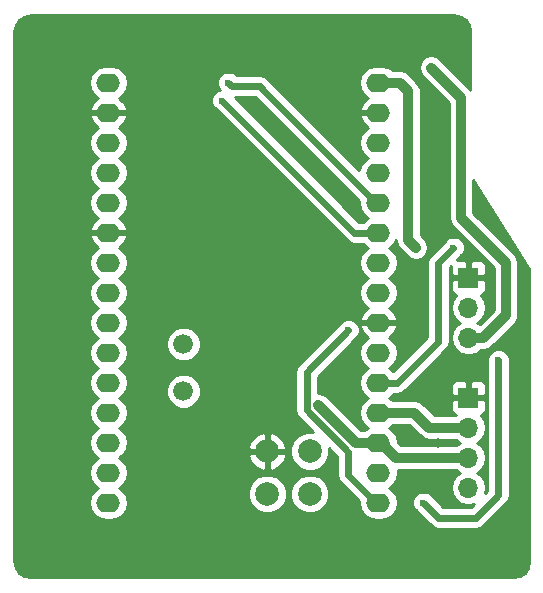
<source format=gbl>
G04 #@! TF.FileFunction,Copper,L2,Bot,Signal*
%FSLAX46Y46*%
G04 Gerber Fmt 4.6, Leading zero omitted, Abs format (unit mm)*
G04 Created by KiCad (PCBNEW 4.0.5) date 04/16/17 14:29:44*
%MOMM*%
%LPD*%
G01*
G04 APERTURE LIST*
%ADD10C,0.100000*%
%ADD11C,0.812800*%
%ADD12R,1.700000X1.700000*%
%ADD13O,1.700000X1.700000*%
%ADD14O,2.000000X1.600000*%
%ADD15C,2.000000*%
%ADD16C,1.676400*%
%ADD17C,0.600000*%
%ADD18C,0.812400*%
%ADD19C,0.812800*%
%ADD20C,0.606900*%
%ADD21C,0.254000*%
G04 APERTURE END LIST*
D10*
D11*
X52705000Y-46990000D03*
X46990000Y-50165000D03*
X44450000Y-64135000D03*
X56515000Y-64770000D03*
X20955000Y-65405000D03*
X21590000Y-49530000D03*
X22860000Y-40640000D03*
X22860000Y-30480000D03*
X20955000Y-21590000D03*
X31750000Y-29210000D03*
X54610000Y-30480000D03*
X55245000Y-22860000D03*
X33655000Y-57785000D03*
X36830000Y-49530000D03*
X34925000Y-41910000D03*
X38100000Y-37465000D03*
X46990000Y-40005000D03*
X43815000Y-36830000D03*
X40640000Y-33655000D03*
X46990000Y-35560000D03*
X43180000Y-31750000D03*
X39370000Y-27305000D03*
X54610000Y-55880000D03*
D12*
X57150000Y-41910000D03*
D13*
X57150000Y-44450000D03*
X57150000Y-46990000D03*
D14*
X49530000Y-60960000D03*
X26670000Y-60960000D03*
X49530000Y-58420000D03*
X26670000Y-58420000D03*
X49530000Y-55880000D03*
X26670000Y-55880000D03*
X49530000Y-53340000D03*
X26670000Y-53340000D03*
X49530000Y-50800000D03*
X26670000Y-50800000D03*
X49530000Y-48260000D03*
X26670000Y-48260000D03*
X49530000Y-45720000D03*
X26670000Y-45720000D03*
X49530000Y-43180000D03*
X26670000Y-43180000D03*
X49530000Y-40640000D03*
X26670000Y-40640000D03*
X49530000Y-38100000D03*
X26670000Y-38100000D03*
X49530000Y-35560000D03*
X26670000Y-35560000D03*
X49530000Y-33020000D03*
X26670000Y-33020000D03*
X49530000Y-30480000D03*
X26670000Y-30480000D03*
X49530000Y-27940000D03*
X26670000Y-27940000D03*
X49530000Y-25400000D03*
X26670000Y-25400000D03*
D15*
X43706048Y-56623949D03*
X43706048Y-60216051D03*
X40113946Y-60216051D03*
X40113946Y-56623949D03*
D16*
X33020000Y-47531020D03*
X33020000Y-51528980D03*
D12*
X57150000Y-52070000D03*
D13*
X57150000Y-54610000D03*
X57150000Y-57150000D03*
X57150000Y-59690000D03*
D17*
X44450000Y-52705000D03*
X52705000Y-39370000D03*
X59690000Y-48895000D03*
X53340000Y-60960000D03*
X53975000Y-24130000D03*
X36830000Y-25400000D03*
X36322000Y-26924000D03*
X55880000Y-39370000D03*
X46990000Y-46355000D03*
D18*
X57150000Y-54610000D02*
X53848000Y-54610000D01*
X53848000Y-54610000D02*
X52578000Y-53340000D01*
X52578000Y-53340000D02*
X49530000Y-53340000D01*
X49530000Y-55880000D02*
X49730000Y-55880000D01*
X55947919Y-57150000D02*
X57150000Y-57150000D01*
X49730000Y-55880000D02*
X51000000Y-57150000D01*
X51000000Y-57150000D02*
X55947919Y-57150000D01*
X49530000Y-55880000D02*
X47625000Y-55880000D01*
X47625000Y-55880000D02*
X44450000Y-52705000D01*
X52070000Y-26127600D02*
X52070000Y-38735000D01*
X52070000Y-38735000D02*
X52705000Y-39370000D01*
X49530000Y-25400000D02*
X51342400Y-25400000D01*
X51342400Y-25400000D02*
X52070000Y-26127600D01*
D19*
X49276000Y-25654000D02*
X49530000Y-25400000D01*
D20*
X57785000Y-62230000D02*
X59690000Y-60325000D01*
X59690000Y-60325000D02*
X59690000Y-48895000D01*
X56761108Y-62230000D02*
X57785000Y-62230000D01*
X54610000Y-62230000D02*
X56761108Y-62230000D01*
X53639999Y-61259999D02*
X54610000Y-62230000D01*
X53340000Y-60960000D02*
X53639999Y-61259999D01*
D18*
X49330000Y-58420000D02*
X49530000Y-58420000D01*
X53975000Y-24130000D02*
X56515000Y-26670000D01*
X56515000Y-26670000D02*
X56515000Y-36830000D01*
X56515000Y-36830000D02*
X60325000Y-40640000D01*
X60325000Y-40640000D02*
X60325000Y-45085000D01*
X60325000Y-45085000D02*
X58420000Y-46990000D01*
X58420000Y-46990000D02*
X57150000Y-46990000D01*
D20*
X36830000Y-25400000D02*
X37129999Y-25699999D01*
X37129999Y-25699999D02*
X39469999Y-25699999D01*
X39469999Y-25699999D02*
X39787091Y-26017091D01*
X49530000Y-35560000D02*
X49330000Y-35560000D01*
X49330000Y-35560000D02*
X39787091Y-26017091D01*
X36322000Y-26924000D02*
X47498000Y-38100000D01*
X47498000Y-38100000D02*
X49530000Y-38100000D01*
X54610000Y-47326900D02*
X54610000Y-40640000D01*
X54610000Y-40640000D02*
X55880000Y-39370000D01*
X49530000Y-50800000D02*
X51136900Y-50800000D01*
X51136900Y-50800000D02*
X54610000Y-47326900D01*
X46990000Y-58620000D02*
X46990000Y-56672874D01*
X46990000Y-56672874D02*
X43440342Y-53123216D01*
X43440342Y-53123216D02*
X43440342Y-49904658D01*
X43440342Y-49904658D02*
X46990000Y-46355000D01*
X49530000Y-60960000D02*
X49330000Y-60960000D01*
X49330000Y-60960000D02*
X46990000Y-58620000D01*
D21*
G36*
X56488338Y-19821046D02*
X56902333Y-20097669D01*
X57178953Y-20511660D01*
X57290000Y-21069931D01*
X57290000Y-25991769D01*
X57251240Y-25933760D01*
X57251237Y-25933758D01*
X54711240Y-23393760D01*
X54373450Y-23168057D01*
X53975000Y-23088799D01*
X53576550Y-23168057D01*
X53238760Y-23393760D01*
X53013057Y-23731550D01*
X52933799Y-24130000D01*
X53013057Y-24528450D01*
X53238760Y-24866240D01*
X55473800Y-27101279D01*
X55473800Y-36829995D01*
X55473799Y-36830000D01*
X55553057Y-37228450D01*
X55778760Y-37566240D01*
X59283800Y-41071279D01*
X59283800Y-44653721D01*
X58090329Y-45847191D01*
X57899974Y-45720000D01*
X58229147Y-45500054D01*
X58551054Y-45018285D01*
X58664093Y-44450000D01*
X58551054Y-43881715D01*
X58229147Y-43399946D01*
X58185223Y-43370597D01*
X58359698Y-43298327D01*
X58538327Y-43119699D01*
X58635000Y-42886310D01*
X58635000Y-42195750D01*
X58476250Y-42037000D01*
X57277000Y-42037000D01*
X57277000Y-42057000D01*
X57023000Y-42057000D01*
X57023000Y-42037000D01*
X55823750Y-42037000D01*
X55665000Y-42195750D01*
X55665000Y-42886310D01*
X55761673Y-43119699D01*
X55940302Y-43298327D01*
X56114777Y-43370597D01*
X56070853Y-43399946D01*
X55748946Y-43881715D01*
X55635907Y-44450000D01*
X55748946Y-45018285D01*
X56070853Y-45500054D01*
X56400026Y-45720000D01*
X56070853Y-45939946D01*
X55748946Y-46421715D01*
X55635907Y-46990000D01*
X55748946Y-47558285D01*
X56070853Y-48040054D01*
X56552622Y-48361961D01*
X57120907Y-48475000D01*
X57179093Y-48475000D01*
X57747378Y-48361961D01*
X58229147Y-48040054D01*
X58235063Y-48031200D01*
X58419995Y-48031200D01*
X58420000Y-48031201D01*
X58818450Y-47951943D01*
X59156240Y-47726240D01*
X61061237Y-45821242D01*
X61061240Y-45821240D01*
X61286943Y-45483450D01*
X61320794Y-45313270D01*
X61366201Y-45085000D01*
X61366200Y-45084995D01*
X61366200Y-40640005D01*
X61366201Y-40640000D01*
X61286943Y-40241551D01*
X61286943Y-40241550D01*
X61061240Y-39903760D01*
X61061237Y-39903758D01*
X57556200Y-36398720D01*
X57556200Y-33629545D01*
X62290000Y-41203625D01*
X62290000Y-65930069D01*
X62178953Y-66488340D01*
X61902333Y-66902331D01*
X61488338Y-67178954D01*
X60930069Y-67290000D01*
X20069931Y-67290000D01*
X19511660Y-67178953D01*
X19097669Y-66902333D01*
X18821046Y-66488338D01*
X18710000Y-65930069D01*
X18710000Y-40640000D01*
X25002968Y-40640000D01*
X25112201Y-41189151D01*
X25423270Y-41654698D01*
X25805356Y-41910000D01*
X25423270Y-42165302D01*
X25112201Y-42630849D01*
X25002968Y-43180000D01*
X25112201Y-43729151D01*
X25423270Y-44194698D01*
X25805356Y-44450000D01*
X25423270Y-44705302D01*
X25112201Y-45170849D01*
X25002968Y-45720000D01*
X25112201Y-46269151D01*
X25423270Y-46734698D01*
X25805356Y-46990000D01*
X25423270Y-47245302D01*
X25112201Y-47710849D01*
X25002968Y-48260000D01*
X25112201Y-48809151D01*
X25423270Y-49274698D01*
X25805356Y-49530000D01*
X25423270Y-49785302D01*
X25112201Y-50250849D01*
X25002968Y-50800000D01*
X25112201Y-51349151D01*
X25423270Y-51814698D01*
X25805356Y-52070000D01*
X25423270Y-52325302D01*
X25112201Y-52790849D01*
X25002968Y-53340000D01*
X25112201Y-53889151D01*
X25423270Y-54354698D01*
X25805356Y-54610000D01*
X25423270Y-54865302D01*
X25112201Y-55330849D01*
X25002968Y-55880000D01*
X25112201Y-56429151D01*
X25423270Y-56894698D01*
X25805356Y-57150000D01*
X25423270Y-57405302D01*
X25112201Y-57870849D01*
X25002968Y-58420000D01*
X25112201Y-58969151D01*
X25423270Y-59434698D01*
X25805356Y-59690000D01*
X25423270Y-59945302D01*
X25112201Y-60410849D01*
X25002968Y-60960000D01*
X25112201Y-61509151D01*
X25423270Y-61974698D01*
X25888817Y-62285767D01*
X26437968Y-62395000D01*
X26902032Y-62395000D01*
X27451183Y-62285767D01*
X27916730Y-61974698D01*
X28227799Y-61509151D01*
X28337032Y-60960000D01*
X28253459Y-60539846D01*
X38478662Y-60539846D01*
X38727052Y-61140994D01*
X39186583Y-61601329D01*
X39787298Y-61850767D01*
X40437741Y-61851335D01*
X41038889Y-61602945D01*
X41499224Y-61143414D01*
X41748662Y-60542699D01*
X41748664Y-60539846D01*
X42070764Y-60539846D01*
X42319154Y-61140994D01*
X42778685Y-61601329D01*
X43379400Y-61850767D01*
X44029843Y-61851335D01*
X44630991Y-61602945D01*
X45091326Y-61143414D01*
X45340764Y-60542699D01*
X45341332Y-59892256D01*
X45092942Y-59291108D01*
X44633411Y-58830773D01*
X44032696Y-58581335D01*
X43382253Y-58580767D01*
X42781105Y-58829157D01*
X42320770Y-59288688D01*
X42071332Y-59889403D01*
X42070764Y-60539846D01*
X41748664Y-60539846D01*
X41749230Y-59892256D01*
X41500840Y-59291108D01*
X41041309Y-58830773D01*
X40440594Y-58581335D01*
X39790151Y-58580767D01*
X39189003Y-58829157D01*
X38728668Y-59288688D01*
X38479230Y-59889403D01*
X38478662Y-60539846D01*
X28253459Y-60539846D01*
X28227799Y-60410849D01*
X27916730Y-59945302D01*
X27534644Y-59690000D01*
X27916730Y-59434698D01*
X28227799Y-58969151D01*
X28337032Y-58420000D01*
X28227799Y-57870849D01*
X27916730Y-57405302D01*
X27534644Y-57150000D01*
X27745053Y-57009409D01*
X38492090Y-57009409D01*
X38763056Y-57600725D01*
X39239682Y-58043336D01*
X39728486Y-58245805D01*
X39986946Y-58126875D01*
X39986946Y-56750949D01*
X40240946Y-56750949D01*
X40240946Y-58126875D01*
X40499406Y-58245805D01*
X41090722Y-57974839D01*
X41533333Y-57498213D01*
X41735802Y-57009409D01*
X41707427Y-56947744D01*
X42070764Y-56947744D01*
X42319154Y-57548892D01*
X42778685Y-58009227D01*
X43379400Y-58258665D01*
X44029843Y-58259233D01*
X44630991Y-58010843D01*
X45091326Y-57551312D01*
X45340764Y-56950597D01*
X45341287Y-56351330D01*
X46051550Y-57061593D01*
X46051550Y-58620000D01*
X46111133Y-58919547D01*
X46122985Y-58979130D01*
X46326416Y-59283584D01*
X47886173Y-60843342D01*
X47862968Y-60960000D01*
X47972201Y-61509151D01*
X48283270Y-61974698D01*
X48748817Y-62285767D01*
X49297968Y-62395000D01*
X49762032Y-62395000D01*
X50311183Y-62285767D01*
X50776730Y-61974698D01*
X51087799Y-61509151D01*
X51197032Y-60960000D01*
X51087799Y-60410849D01*
X50776730Y-59945302D01*
X50394644Y-59690000D01*
X50776730Y-59434698D01*
X51087799Y-58969151D01*
X51197032Y-58420000D01*
X51151521Y-58191200D01*
X56064937Y-58191200D01*
X56070853Y-58200054D01*
X56400026Y-58420000D01*
X56070853Y-58639946D01*
X55748946Y-59121715D01*
X55635907Y-59690000D01*
X55748946Y-60258285D01*
X56070853Y-60740054D01*
X56552622Y-61061961D01*
X57120907Y-61175000D01*
X57179093Y-61175000D01*
X57595700Y-61092132D01*
X57396282Y-61291550D01*
X54998719Y-61291550D01*
X54303586Y-60596418D01*
X54303584Y-60596415D01*
X54003584Y-60296416D01*
X53988949Y-60286637D01*
X53870327Y-60167808D01*
X53713898Y-60102853D01*
X53699130Y-60092985D01*
X53681863Y-60089550D01*
X53526799Y-60025162D01*
X53357412Y-60025014D01*
X53340000Y-60021551D01*
X53322740Y-60024984D01*
X53154833Y-60024838D01*
X52998290Y-60089520D01*
X52980870Y-60092985D01*
X52966231Y-60102767D01*
X52811057Y-60166883D01*
X52691180Y-60286551D01*
X52676416Y-60296416D01*
X52666637Y-60311051D01*
X52547808Y-60429673D01*
X52482853Y-60586102D01*
X52472985Y-60600870D01*
X52469550Y-60618137D01*
X52405162Y-60773201D01*
X52405014Y-60942588D01*
X52401551Y-60960000D01*
X52404984Y-60977260D01*
X52404838Y-61145167D01*
X52469520Y-61301710D01*
X52472985Y-61319130D01*
X52482767Y-61333769D01*
X52546883Y-61488943D01*
X52666551Y-61608820D01*
X52676416Y-61623584D01*
X52976415Y-61923584D01*
X52976418Y-61923586D01*
X53946416Y-62893585D01*
X54250871Y-63097015D01*
X54610000Y-63168450D01*
X57785000Y-63168450D01*
X58084547Y-63108867D01*
X58144130Y-63097015D01*
X58448584Y-62893584D01*
X60353584Y-60988584D01*
X60557015Y-60684130D01*
X60628450Y-60325000D01*
X60628450Y-48895000D01*
X60625016Y-48877735D01*
X60625162Y-48709833D01*
X60560480Y-48553290D01*
X60557015Y-48535871D01*
X60547234Y-48521233D01*
X60483117Y-48366057D01*
X60363449Y-48246180D01*
X60353584Y-48231416D01*
X60338949Y-48221637D01*
X60220327Y-48102808D01*
X60063895Y-48037852D01*
X60049129Y-48027985D01*
X60031863Y-48024551D01*
X59876799Y-47960162D01*
X59707417Y-47960014D01*
X59690000Y-47956550D01*
X59672735Y-47959984D01*
X59504833Y-47959838D01*
X59348290Y-48024520D01*
X59330871Y-48027985D01*
X59316233Y-48037766D01*
X59161057Y-48101883D01*
X59041180Y-48221551D01*
X59026416Y-48231416D01*
X59016637Y-48246051D01*
X58897808Y-48364673D01*
X58832852Y-48521105D01*
X58822985Y-48535871D01*
X58819551Y-48553137D01*
X58755162Y-48708201D01*
X58755014Y-48877583D01*
X58751550Y-48895000D01*
X58751550Y-59936282D01*
X58581225Y-60106607D01*
X58664093Y-59690000D01*
X58551054Y-59121715D01*
X58229147Y-58639946D01*
X57899974Y-58420000D01*
X58229147Y-58200054D01*
X58551054Y-57718285D01*
X58664093Y-57150000D01*
X58551054Y-56581715D01*
X58229147Y-56099946D01*
X57899974Y-55880000D01*
X58229147Y-55660054D01*
X58551054Y-55178285D01*
X58664093Y-54610000D01*
X58551054Y-54041715D01*
X58229147Y-53559946D01*
X58185223Y-53530597D01*
X58359698Y-53458327D01*
X58538327Y-53279699D01*
X58635000Y-53046310D01*
X58635000Y-52355750D01*
X58476250Y-52197000D01*
X57277000Y-52197000D01*
X57277000Y-52217000D01*
X57023000Y-52217000D01*
X57023000Y-52197000D01*
X55823750Y-52197000D01*
X55665000Y-52355750D01*
X55665000Y-53046310D01*
X55761673Y-53279699D01*
X55940302Y-53458327D01*
X56114777Y-53530597D01*
X56070853Y-53559946D01*
X56064937Y-53568800D01*
X54279279Y-53568800D01*
X53314240Y-52603760D01*
X52976450Y-52378057D01*
X52578000Y-52298799D01*
X52577995Y-52298800D01*
X50737067Y-52298800D01*
X50394644Y-52070000D01*
X50776730Y-51814698D01*
X50827677Y-51738450D01*
X51136900Y-51738450D01*
X51436447Y-51678867D01*
X51496030Y-51667015D01*
X51800484Y-51463584D01*
X52170378Y-51093690D01*
X55665000Y-51093690D01*
X55665000Y-51784250D01*
X55823750Y-51943000D01*
X57023000Y-51943000D01*
X57023000Y-50743750D01*
X57277000Y-50743750D01*
X57277000Y-51943000D01*
X58476250Y-51943000D01*
X58635000Y-51784250D01*
X58635000Y-51093690D01*
X58538327Y-50860301D01*
X58359698Y-50681673D01*
X58126309Y-50585000D01*
X57435750Y-50585000D01*
X57277000Y-50743750D01*
X57023000Y-50743750D01*
X56864250Y-50585000D01*
X56173691Y-50585000D01*
X55940302Y-50681673D01*
X55761673Y-50860301D01*
X55665000Y-51093690D01*
X52170378Y-51093690D01*
X55273584Y-47990484D01*
X55477015Y-47686030D01*
X55502425Y-47558285D01*
X55548450Y-47326900D01*
X55548450Y-41028718D01*
X55680218Y-40896950D01*
X55665000Y-40933690D01*
X55665000Y-41624250D01*
X55823750Y-41783000D01*
X57023000Y-41783000D01*
X57023000Y-40583750D01*
X57277000Y-40583750D01*
X57277000Y-41783000D01*
X58476250Y-41783000D01*
X58635000Y-41624250D01*
X58635000Y-40933690D01*
X58538327Y-40700301D01*
X58359698Y-40521673D01*
X58126309Y-40425000D01*
X57435750Y-40425000D01*
X57277000Y-40583750D01*
X57023000Y-40583750D01*
X56864250Y-40425000D01*
X56173691Y-40425000D01*
X56136950Y-40440219D01*
X56543584Y-40033585D01*
X56553365Y-40018947D01*
X56672192Y-39900327D01*
X56737147Y-39743898D01*
X56747015Y-39729130D01*
X56750450Y-39711863D01*
X56814838Y-39556799D01*
X56814986Y-39387412D01*
X56818449Y-39370000D01*
X56815016Y-39352740D01*
X56815162Y-39184833D01*
X56750480Y-39028289D01*
X56747015Y-39010871D01*
X56737234Y-38996233D01*
X56673117Y-38841057D01*
X56553449Y-38721180D01*
X56543584Y-38706416D01*
X56528949Y-38696637D01*
X56410327Y-38577808D01*
X56253895Y-38512852D01*
X56239129Y-38502985D01*
X56221864Y-38499551D01*
X56066799Y-38435162D01*
X55897412Y-38435014D01*
X55880000Y-38431551D01*
X55862740Y-38434984D01*
X55694833Y-38434838D01*
X55538290Y-38499520D01*
X55520870Y-38502985D01*
X55506231Y-38512767D01*
X55351057Y-38576883D01*
X55231182Y-38696549D01*
X55216415Y-38706416D01*
X53946416Y-39976416D01*
X53742985Y-40280870D01*
X53742985Y-40280871D01*
X53671550Y-40640000D01*
X53671550Y-46938182D01*
X50795836Y-49813896D01*
X50776730Y-49785302D01*
X50394644Y-49530000D01*
X50776730Y-49274698D01*
X51087799Y-48809151D01*
X51197032Y-48260000D01*
X51087799Y-47710849D01*
X50776730Y-47245302D01*
X50396791Y-46991435D01*
X50419226Y-46984428D01*
X50850637Y-46624424D01*
X51111442Y-46126730D01*
X51121904Y-46069039D01*
X50999915Y-45847000D01*
X49657000Y-45847000D01*
X49657000Y-45867000D01*
X49403000Y-45867000D01*
X49403000Y-45847000D01*
X48060085Y-45847000D01*
X47938096Y-46069039D01*
X47948558Y-46126730D01*
X48209363Y-46624424D01*
X48640774Y-46984428D01*
X48663209Y-46991435D01*
X48283270Y-47245302D01*
X47972201Y-47710849D01*
X47862968Y-48260000D01*
X47972201Y-48809151D01*
X48283270Y-49274698D01*
X48665356Y-49530000D01*
X48283270Y-49785302D01*
X47972201Y-50250849D01*
X47862968Y-50800000D01*
X47972201Y-51349151D01*
X48283270Y-51814698D01*
X48665356Y-52070000D01*
X48283270Y-52325302D01*
X47972201Y-52790849D01*
X47862968Y-53340000D01*
X47972201Y-53889151D01*
X48283270Y-54354698D01*
X48665356Y-54610000D01*
X48322933Y-54838800D01*
X48056280Y-54838800D01*
X45186240Y-51968760D01*
X44848450Y-51743057D01*
X44450000Y-51663799D01*
X44378792Y-51677963D01*
X44378792Y-50293376D01*
X47653584Y-47018585D01*
X47663365Y-47003947D01*
X47782192Y-46885327D01*
X47847149Y-46728894D01*
X47857014Y-46714130D01*
X47860448Y-46696867D01*
X47924838Y-46541799D01*
X47924986Y-46372412D01*
X47928449Y-46355000D01*
X47925016Y-46337740D01*
X47925162Y-46169833D01*
X47860478Y-46013285D01*
X47857014Y-45995871D01*
X47847236Y-45981237D01*
X47783117Y-45826057D01*
X47663449Y-45706180D01*
X47653584Y-45691416D01*
X47638949Y-45681637D01*
X47520327Y-45562808D01*
X47363892Y-45497850D01*
X47349129Y-45487986D01*
X47331868Y-45484553D01*
X47176799Y-45420162D01*
X47007412Y-45420014D01*
X46990000Y-45416551D01*
X46972740Y-45419984D01*
X46804833Y-45419838D01*
X46648286Y-45484522D01*
X46630870Y-45487986D01*
X46616234Y-45497765D01*
X46461057Y-45561883D01*
X46341182Y-45681549D01*
X46326415Y-45691416D01*
X42776758Y-49241074D01*
X42573327Y-49545528D01*
X42573327Y-49545529D01*
X42501892Y-49904658D01*
X42501892Y-53123216D01*
X42545013Y-53340000D01*
X42573327Y-53482346D01*
X42776758Y-53786800D01*
X43979144Y-54989186D01*
X43382253Y-54988665D01*
X42781105Y-55237055D01*
X42320770Y-55696586D01*
X42071332Y-56297301D01*
X42070764Y-56947744D01*
X41707427Y-56947744D01*
X41616872Y-56750949D01*
X40240946Y-56750949D01*
X39986946Y-56750949D01*
X38611020Y-56750949D01*
X38492090Y-57009409D01*
X27745053Y-57009409D01*
X27916730Y-56894698D01*
X28227799Y-56429151D01*
X28265724Y-56238489D01*
X38492090Y-56238489D01*
X38611020Y-56496949D01*
X39986946Y-56496949D01*
X39986946Y-55121023D01*
X40240946Y-55121023D01*
X40240946Y-56496949D01*
X41616872Y-56496949D01*
X41735802Y-56238489D01*
X41464836Y-55647173D01*
X40988210Y-55204562D01*
X40499406Y-55002093D01*
X40240946Y-55121023D01*
X39986946Y-55121023D01*
X39728486Y-55002093D01*
X39137170Y-55273059D01*
X38694559Y-55749685D01*
X38492090Y-56238489D01*
X28265724Y-56238489D01*
X28337032Y-55880000D01*
X28227799Y-55330849D01*
X27916730Y-54865302D01*
X27534644Y-54610000D01*
X27916730Y-54354698D01*
X28227799Y-53889151D01*
X28337032Y-53340000D01*
X28227799Y-52790849D01*
X27916730Y-52325302D01*
X27534644Y-52070000D01*
X27907699Y-51820732D01*
X31546545Y-51820732D01*
X31770353Y-52362391D01*
X32184409Y-52777170D01*
X32725677Y-53001924D01*
X33311752Y-53002435D01*
X33853411Y-52778627D01*
X34268190Y-52364571D01*
X34492944Y-51823303D01*
X34493455Y-51237228D01*
X34269647Y-50695569D01*
X33855591Y-50280790D01*
X33314323Y-50056036D01*
X32728248Y-50055525D01*
X32186589Y-50279333D01*
X31771810Y-50693389D01*
X31547056Y-51234657D01*
X31546545Y-51820732D01*
X27907699Y-51820732D01*
X27916730Y-51814698D01*
X28227799Y-51349151D01*
X28337032Y-50800000D01*
X28227799Y-50250849D01*
X27916730Y-49785302D01*
X27534644Y-49530000D01*
X27916730Y-49274698D01*
X28227799Y-48809151D01*
X28337032Y-48260000D01*
X28250062Y-47822772D01*
X31546545Y-47822772D01*
X31770353Y-48364431D01*
X32184409Y-48779210D01*
X32725677Y-49003964D01*
X33311752Y-49004475D01*
X33853411Y-48780667D01*
X34268190Y-48366611D01*
X34492944Y-47825343D01*
X34493455Y-47239268D01*
X34269647Y-46697609D01*
X33855591Y-46282830D01*
X33314323Y-46058076D01*
X32728248Y-46057565D01*
X32186589Y-46281373D01*
X31771810Y-46695429D01*
X31547056Y-47236697D01*
X31546545Y-47822772D01*
X28250062Y-47822772D01*
X28227799Y-47710849D01*
X27916730Y-47245302D01*
X27534644Y-46990000D01*
X27916730Y-46734698D01*
X28227799Y-46269151D01*
X28337032Y-45720000D01*
X28227799Y-45170849D01*
X27916730Y-44705302D01*
X27534644Y-44450000D01*
X27916730Y-44194698D01*
X28227799Y-43729151D01*
X28337032Y-43180000D01*
X28227799Y-42630849D01*
X27916730Y-42165302D01*
X27534644Y-41910000D01*
X27916730Y-41654698D01*
X28227799Y-41189151D01*
X28337032Y-40640000D01*
X28227799Y-40090849D01*
X27916730Y-39625302D01*
X27536791Y-39371435D01*
X27559226Y-39364428D01*
X27990637Y-39004424D01*
X28251442Y-38506730D01*
X28261904Y-38449039D01*
X28139915Y-38227000D01*
X26797000Y-38227000D01*
X26797000Y-38247000D01*
X26543000Y-38247000D01*
X26543000Y-38227000D01*
X25200085Y-38227000D01*
X25078096Y-38449039D01*
X25088558Y-38506730D01*
X25349363Y-39004424D01*
X25780774Y-39364428D01*
X25803209Y-39371435D01*
X25423270Y-39625302D01*
X25112201Y-40090849D01*
X25002968Y-40640000D01*
X18710000Y-40640000D01*
X18710000Y-30480000D01*
X25002968Y-30480000D01*
X25112201Y-31029151D01*
X25423270Y-31494698D01*
X25805356Y-31750000D01*
X25423270Y-32005302D01*
X25112201Y-32470849D01*
X25002968Y-33020000D01*
X25112201Y-33569151D01*
X25423270Y-34034698D01*
X25805356Y-34290000D01*
X25423270Y-34545302D01*
X25112201Y-35010849D01*
X25002968Y-35560000D01*
X25112201Y-36109151D01*
X25423270Y-36574698D01*
X25803209Y-36828565D01*
X25780774Y-36835572D01*
X25349363Y-37195576D01*
X25088558Y-37693270D01*
X25078096Y-37750961D01*
X25200085Y-37973000D01*
X26543000Y-37973000D01*
X26543000Y-37953000D01*
X26797000Y-37953000D01*
X26797000Y-37973000D01*
X28139915Y-37973000D01*
X28261904Y-37750961D01*
X28251442Y-37693270D01*
X27990637Y-37195576D01*
X27559226Y-36835572D01*
X27536791Y-36828565D01*
X27916730Y-36574698D01*
X28227799Y-36109151D01*
X28337032Y-35560000D01*
X28227799Y-35010849D01*
X27916730Y-34545302D01*
X27534644Y-34290000D01*
X27916730Y-34034698D01*
X28227799Y-33569151D01*
X28337032Y-33020000D01*
X28227799Y-32470849D01*
X27916730Y-32005302D01*
X27534644Y-31750000D01*
X27916730Y-31494698D01*
X28227799Y-31029151D01*
X28337032Y-30480000D01*
X28227799Y-29930849D01*
X27916730Y-29465302D01*
X27536791Y-29211435D01*
X27559226Y-29204428D01*
X27990637Y-28844424D01*
X28251442Y-28346730D01*
X28261904Y-28289039D01*
X28139915Y-28067000D01*
X26797000Y-28067000D01*
X26797000Y-28087000D01*
X26543000Y-28087000D01*
X26543000Y-28067000D01*
X25200085Y-28067000D01*
X25078096Y-28289039D01*
X25088558Y-28346730D01*
X25349363Y-28844424D01*
X25780774Y-29204428D01*
X25803209Y-29211435D01*
X25423270Y-29465302D01*
X25112201Y-29930849D01*
X25002968Y-30480000D01*
X18710000Y-30480000D01*
X18710000Y-25400000D01*
X25002968Y-25400000D01*
X25112201Y-25949151D01*
X25423270Y-26414698D01*
X25803209Y-26668565D01*
X25780774Y-26675572D01*
X25349363Y-27035576D01*
X25088558Y-27533270D01*
X25078096Y-27590961D01*
X25200085Y-27813000D01*
X26543000Y-27813000D01*
X26543000Y-27793000D01*
X26797000Y-27793000D01*
X26797000Y-27813000D01*
X28139915Y-27813000D01*
X28261904Y-27590961D01*
X28251442Y-27533270D01*
X27990637Y-27035576D01*
X27856930Y-26924000D01*
X35383551Y-26924000D01*
X35386984Y-26941260D01*
X35386838Y-27109167D01*
X35451520Y-27265710D01*
X35454985Y-27283130D01*
X35464767Y-27297769D01*
X35528883Y-27452943D01*
X35648551Y-27572820D01*
X35658416Y-27587584D01*
X46834416Y-38763585D01*
X47138871Y-38967015D01*
X47498000Y-39038450D01*
X48232323Y-39038450D01*
X48283270Y-39114698D01*
X48665356Y-39370000D01*
X48283270Y-39625302D01*
X47972201Y-40090849D01*
X47862968Y-40640000D01*
X47972201Y-41189151D01*
X48283270Y-41654698D01*
X48665356Y-41910000D01*
X48283270Y-42165302D01*
X47972201Y-42630849D01*
X47862968Y-43180000D01*
X47972201Y-43729151D01*
X48283270Y-44194698D01*
X48663209Y-44448565D01*
X48640774Y-44455572D01*
X48209363Y-44815576D01*
X47948558Y-45313270D01*
X47938096Y-45370961D01*
X48060085Y-45593000D01*
X49403000Y-45593000D01*
X49403000Y-45573000D01*
X49657000Y-45573000D01*
X49657000Y-45593000D01*
X50999915Y-45593000D01*
X51121904Y-45370961D01*
X51111442Y-45313270D01*
X50850637Y-44815576D01*
X50419226Y-44455572D01*
X50396791Y-44448565D01*
X50776730Y-44194698D01*
X51087799Y-43729151D01*
X51197032Y-43180000D01*
X51087799Y-42630849D01*
X50776730Y-42165302D01*
X50394644Y-41910000D01*
X50776730Y-41654698D01*
X51087799Y-41189151D01*
X51197032Y-40640000D01*
X51087799Y-40090849D01*
X50776730Y-39625302D01*
X50394644Y-39370000D01*
X50776730Y-39114698D01*
X51029175Y-38736888D01*
X51108057Y-39133450D01*
X51333760Y-39471240D01*
X51968761Y-40106240D01*
X52306551Y-40331943D01*
X52705000Y-40411201D01*
X53103450Y-40331943D01*
X53441240Y-40106240D01*
X53666943Y-39768450D01*
X53746201Y-39370000D01*
X53666943Y-38971551D01*
X53441240Y-38633761D01*
X53111200Y-38303720D01*
X53111200Y-26127605D01*
X53111201Y-26127600D01*
X53031943Y-25729150D01*
X52984376Y-25657961D01*
X52806240Y-25391360D01*
X52806237Y-25391358D01*
X52078640Y-24663760D01*
X51740850Y-24438057D01*
X51342400Y-24358799D01*
X51342395Y-24358800D01*
X50737067Y-24358800D01*
X50311183Y-24074233D01*
X49762032Y-23965000D01*
X49297968Y-23965000D01*
X48748817Y-24074233D01*
X48283270Y-24385302D01*
X47972201Y-24850849D01*
X47862968Y-25400000D01*
X47972201Y-25949151D01*
X48283270Y-26414698D01*
X48663209Y-26668565D01*
X48640774Y-26675572D01*
X48209363Y-27035576D01*
X47948558Y-27533270D01*
X47938096Y-27590961D01*
X48060085Y-27813000D01*
X49403000Y-27813000D01*
X49403000Y-27793000D01*
X49657000Y-27793000D01*
X49657000Y-27813000D01*
X49677000Y-27813000D01*
X49677000Y-28067000D01*
X49657000Y-28067000D01*
X49657000Y-28087000D01*
X49403000Y-28087000D01*
X49403000Y-28067000D01*
X48060085Y-28067000D01*
X47938096Y-28289039D01*
X47948558Y-28346730D01*
X48209363Y-28844424D01*
X48640774Y-29204428D01*
X48663209Y-29211435D01*
X48283270Y-29465302D01*
X47972201Y-29930849D01*
X47862968Y-30480000D01*
X47972201Y-31029151D01*
X48283270Y-31494698D01*
X48665356Y-31750000D01*
X48283270Y-32005302D01*
X47972201Y-32470849D01*
X47905143Y-32807974D01*
X40450675Y-25353507D01*
X40133583Y-25036415D01*
X39829129Y-24832984D01*
X39769546Y-24821132D01*
X39469999Y-24761549D01*
X37518717Y-24761549D01*
X37493584Y-24736416D01*
X37478949Y-24726637D01*
X37360327Y-24607808D01*
X37203898Y-24542853D01*
X37189130Y-24532985D01*
X37171863Y-24529550D01*
X37016799Y-24465162D01*
X36847412Y-24465014D01*
X36830000Y-24461551D01*
X36812740Y-24464984D01*
X36644833Y-24464838D01*
X36488290Y-24529520D01*
X36470870Y-24532985D01*
X36456231Y-24542767D01*
X36301057Y-24606883D01*
X36181180Y-24726551D01*
X36166416Y-24736416D01*
X36156637Y-24751051D01*
X36037808Y-24869673D01*
X35972853Y-25026102D01*
X35962985Y-25040870D01*
X35959550Y-25058137D01*
X35895162Y-25213201D01*
X35895014Y-25382588D01*
X35891551Y-25400000D01*
X35894984Y-25417260D01*
X35894838Y-25585167D01*
X35959520Y-25741710D01*
X35962985Y-25759130D01*
X35972767Y-25773769D01*
X36036883Y-25928943D01*
X36108401Y-26000586D01*
X35980290Y-26053520D01*
X35962870Y-26056985D01*
X35948231Y-26066767D01*
X35793057Y-26130883D01*
X35673180Y-26250551D01*
X35658416Y-26260416D01*
X35648637Y-26275051D01*
X35529808Y-26393673D01*
X35464853Y-26550102D01*
X35454985Y-26564870D01*
X35451550Y-26582137D01*
X35387162Y-26737201D01*
X35387014Y-26906588D01*
X35383551Y-26924000D01*
X27856930Y-26924000D01*
X27559226Y-26675572D01*
X27536791Y-26668565D01*
X27916730Y-26414698D01*
X28227799Y-25949151D01*
X28337032Y-25400000D01*
X28227799Y-24850849D01*
X27916730Y-24385302D01*
X27451183Y-24074233D01*
X26902032Y-23965000D01*
X26437968Y-23965000D01*
X25888817Y-24074233D01*
X25423270Y-24385302D01*
X25112201Y-24850849D01*
X25002968Y-25400000D01*
X18710000Y-25400000D01*
X18710000Y-21069931D01*
X18821046Y-20511662D01*
X19097669Y-20097667D01*
X19511660Y-19821047D01*
X20069931Y-19710000D01*
X55930069Y-19710000D01*
X56488338Y-19821046D01*
X56488338Y-19821046D01*
G37*
X56488338Y-19821046D02*
X56902333Y-20097669D01*
X57178953Y-20511660D01*
X57290000Y-21069931D01*
X57290000Y-25991769D01*
X57251240Y-25933760D01*
X57251237Y-25933758D01*
X54711240Y-23393760D01*
X54373450Y-23168057D01*
X53975000Y-23088799D01*
X53576550Y-23168057D01*
X53238760Y-23393760D01*
X53013057Y-23731550D01*
X52933799Y-24130000D01*
X53013057Y-24528450D01*
X53238760Y-24866240D01*
X55473800Y-27101279D01*
X55473800Y-36829995D01*
X55473799Y-36830000D01*
X55553057Y-37228450D01*
X55778760Y-37566240D01*
X59283800Y-41071279D01*
X59283800Y-44653721D01*
X58090329Y-45847191D01*
X57899974Y-45720000D01*
X58229147Y-45500054D01*
X58551054Y-45018285D01*
X58664093Y-44450000D01*
X58551054Y-43881715D01*
X58229147Y-43399946D01*
X58185223Y-43370597D01*
X58359698Y-43298327D01*
X58538327Y-43119699D01*
X58635000Y-42886310D01*
X58635000Y-42195750D01*
X58476250Y-42037000D01*
X57277000Y-42037000D01*
X57277000Y-42057000D01*
X57023000Y-42057000D01*
X57023000Y-42037000D01*
X55823750Y-42037000D01*
X55665000Y-42195750D01*
X55665000Y-42886310D01*
X55761673Y-43119699D01*
X55940302Y-43298327D01*
X56114777Y-43370597D01*
X56070853Y-43399946D01*
X55748946Y-43881715D01*
X55635907Y-44450000D01*
X55748946Y-45018285D01*
X56070853Y-45500054D01*
X56400026Y-45720000D01*
X56070853Y-45939946D01*
X55748946Y-46421715D01*
X55635907Y-46990000D01*
X55748946Y-47558285D01*
X56070853Y-48040054D01*
X56552622Y-48361961D01*
X57120907Y-48475000D01*
X57179093Y-48475000D01*
X57747378Y-48361961D01*
X58229147Y-48040054D01*
X58235063Y-48031200D01*
X58419995Y-48031200D01*
X58420000Y-48031201D01*
X58818450Y-47951943D01*
X59156240Y-47726240D01*
X61061237Y-45821242D01*
X61061240Y-45821240D01*
X61286943Y-45483450D01*
X61320794Y-45313270D01*
X61366201Y-45085000D01*
X61366200Y-45084995D01*
X61366200Y-40640005D01*
X61366201Y-40640000D01*
X61286943Y-40241551D01*
X61286943Y-40241550D01*
X61061240Y-39903760D01*
X61061237Y-39903758D01*
X57556200Y-36398720D01*
X57556200Y-33629545D01*
X62290000Y-41203625D01*
X62290000Y-65930069D01*
X62178953Y-66488340D01*
X61902333Y-66902331D01*
X61488338Y-67178954D01*
X60930069Y-67290000D01*
X20069931Y-67290000D01*
X19511660Y-67178953D01*
X19097669Y-66902333D01*
X18821046Y-66488338D01*
X18710000Y-65930069D01*
X18710000Y-40640000D01*
X25002968Y-40640000D01*
X25112201Y-41189151D01*
X25423270Y-41654698D01*
X25805356Y-41910000D01*
X25423270Y-42165302D01*
X25112201Y-42630849D01*
X25002968Y-43180000D01*
X25112201Y-43729151D01*
X25423270Y-44194698D01*
X25805356Y-44450000D01*
X25423270Y-44705302D01*
X25112201Y-45170849D01*
X25002968Y-45720000D01*
X25112201Y-46269151D01*
X25423270Y-46734698D01*
X25805356Y-46990000D01*
X25423270Y-47245302D01*
X25112201Y-47710849D01*
X25002968Y-48260000D01*
X25112201Y-48809151D01*
X25423270Y-49274698D01*
X25805356Y-49530000D01*
X25423270Y-49785302D01*
X25112201Y-50250849D01*
X25002968Y-50800000D01*
X25112201Y-51349151D01*
X25423270Y-51814698D01*
X25805356Y-52070000D01*
X25423270Y-52325302D01*
X25112201Y-52790849D01*
X25002968Y-53340000D01*
X25112201Y-53889151D01*
X25423270Y-54354698D01*
X25805356Y-54610000D01*
X25423270Y-54865302D01*
X25112201Y-55330849D01*
X25002968Y-55880000D01*
X25112201Y-56429151D01*
X25423270Y-56894698D01*
X25805356Y-57150000D01*
X25423270Y-57405302D01*
X25112201Y-57870849D01*
X25002968Y-58420000D01*
X25112201Y-58969151D01*
X25423270Y-59434698D01*
X25805356Y-59690000D01*
X25423270Y-59945302D01*
X25112201Y-60410849D01*
X25002968Y-60960000D01*
X25112201Y-61509151D01*
X25423270Y-61974698D01*
X25888817Y-62285767D01*
X26437968Y-62395000D01*
X26902032Y-62395000D01*
X27451183Y-62285767D01*
X27916730Y-61974698D01*
X28227799Y-61509151D01*
X28337032Y-60960000D01*
X28253459Y-60539846D01*
X38478662Y-60539846D01*
X38727052Y-61140994D01*
X39186583Y-61601329D01*
X39787298Y-61850767D01*
X40437741Y-61851335D01*
X41038889Y-61602945D01*
X41499224Y-61143414D01*
X41748662Y-60542699D01*
X41748664Y-60539846D01*
X42070764Y-60539846D01*
X42319154Y-61140994D01*
X42778685Y-61601329D01*
X43379400Y-61850767D01*
X44029843Y-61851335D01*
X44630991Y-61602945D01*
X45091326Y-61143414D01*
X45340764Y-60542699D01*
X45341332Y-59892256D01*
X45092942Y-59291108D01*
X44633411Y-58830773D01*
X44032696Y-58581335D01*
X43382253Y-58580767D01*
X42781105Y-58829157D01*
X42320770Y-59288688D01*
X42071332Y-59889403D01*
X42070764Y-60539846D01*
X41748664Y-60539846D01*
X41749230Y-59892256D01*
X41500840Y-59291108D01*
X41041309Y-58830773D01*
X40440594Y-58581335D01*
X39790151Y-58580767D01*
X39189003Y-58829157D01*
X38728668Y-59288688D01*
X38479230Y-59889403D01*
X38478662Y-60539846D01*
X28253459Y-60539846D01*
X28227799Y-60410849D01*
X27916730Y-59945302D01*
X27534644Y-59690000D01*
X27916730Y-59434698D01*
X28227799Y-58969151D01*
X28337032Y-58420000D01*
X28227799Y-57870849D01*
X27916730Y-57405302D01*
X27534644Y-57150000D01*
X27745053Y-57009409D01*
X38492090Y-57009409D01*
X38763056Y-57600725D01*
X39239682Y-58043336D01*
X39728486Y-58245805D01*
X39986946Y-58126875D01*
X39986946Y-56750949D01*
X40240946Y-56750949D01*
X40240946Y-58126875D01*
X40499406Y-58245805D01*
X41090722Y-57974839D01*
X41533333Y-57498213D01*
X41735802Y-57009409D01*
X41707427Y-56947744D01*
X42070764Y-56947744D01*
X42319154Y-57548892D01*
X42778685Y-58009227D01*
X43379400Y-58258665D01*
X44029843Y-58259233D01*
X44630991Y-58010843D01*
X45091326Y-57551312D01*
X45340764Y-56950597D01*
X45341287Y-56351330D01*
X46051550Y-57061593D01*
X46051550Y-58620000D01*
X46111133Y-58919547D01*
X46122985Y-58979130D01*
X46326416Y-59283584D01*
X47886173Y-60843342D01*
X47862968Y-60960000D01*
X47972201Y-61509151D01*
X48283270Y-61974698D01*
X48748817Y-62285767D01*
X49297968Y-62395000D01*
X49762032Y-62395000D01*
X50311183Y-62285767D01*
X50776730Y-61974698D01*
X51087799Y-61509151D01*
X51197032Y-60960000D01*
X51087799Y-60410849D01*
X50776730Y-59945302D01*
X50394644Y-59690000D01*
X50776730Y-59434698D01*
X51087799Y-58969151D01*
X51197032Y-58420000D01*
X51151521Y-58191200D01*
X56064937Y-58191200D01*
X56070853Y-58200054D01*
X56400026Y-58420000D01*
X56070853Y-58639946D01*
X55748946Y-59121715D01*
X55635907Y-59690000D01*
X55748946Y-60258285D01*
X56070853Y-60740054D01*
X56552622Y-61061961D01*
X57120907Y-61175000D01*
X57179093Y-61175000D01*
X57595700Y-61092132D01*
X57396282Y-61291550D01*
X54998719Y-61291550D01*
X54303586Y-60596418D01*
X54303584Y-60596415D01*
X54003584Y-60296416D01*
X53988949Y-60286637D01*
X53870327Y-60167808D01*
X53713898Y-60102853D01*
X53699130Y-60092985D01*
X53681863Y-60089550D01*
X53526799Y-60025162D01*
X53357412Y-60025014D01*
X53340000Y-60021551D01*
X53322740Y-60024984D01*
X53154833Y-60024838D01*
X52998290Y-60089520D01*
X52980870Y-60092985D01*
X52966231Y-60102767D01*
X52811057Y-60166883D01*
X52691180Y-60286551D01*
X52676416Y-60296416D01*
X52666637Y-60311051D01*
X52547808Y-60429673D01*
X52482853Y-60586102D01*
X52472985Y-60600870D01*
X52469550Y-60618137D01*
X52405162Y-60773201D01*
X52405014Y-60942588D01*
X52401551Y-60960000D01*
X52404984Y-60977260D01*
X52404838Y-61145167D01*
X52469520Y-61301710D01*
X52472985Y-61319130D01*
X52482767Y-61333769D01*
X52546883Y-61488943D01*
X52666551Y-61608820D01*
X52676416Y-61623584D01*
X52976415Y-61923584D01*
X52976418Y-61923586D01*
X53946416Y-62893585D01*
X54250871Y-63097015D01*
X54610000Y-63168450D01*
X57785000Y-63168450D01*
X58084547Y-63108867D01*
X58144130Y-63097015D01*
X58448584Y-62893584D01*
X60353584Y-60988584D01*
X60557015Y-60684130D01*
X60628450Y-60325000D01*
X60628450Y-48895000D01*
X60625016Y-48877735D01*
X60625162Y-48709833D01*
X60560480Y-48553290D01*
X60557015Y-48535871D01*
X60547234Y-48521233D01*
X60483117Y-48366057D01*
X60363449Y-48246180D01*
X60353584Y-48231416D01*
X60338949Y-48221637D01*
X60220327Y-48102808D01*
X60063895Y-48037852D01*
X60049129Y-48027985D01*
X60031863Y-48024551D01*
X59876799Y-47960162D01*
X59707417Y-47960014D01*
X59690000Y-47956550D01*
X59672735Y-47959984D01*
X59504833Y-47959838D01*
X59348290Y-48024520D01*
X59330871Y-48027985D01*
X59316233Y-48037766D01*
X59161057Y-48101883D01*
X59041180Y-48221551D01*
X59026416Y-48231416D01*
X59016637Y-48246051D01*
X58897808Y-48364673D01*
X58832852Y-48521105D01*
X58822985Y-48535871D01*
X58819551Y-48553137D01*
X58755162Y-48708201D01*
X58755014Y-48877583D01*
X58751550Y-48895000D01*
X58751550Y-59936282D01*
X58581225Y-60106607D01*
X58664093Y-59690000D01*
X58551054Y-59121715D01*
X58229147Y-58639946D01*
X57899974Y-58420000D01*
X58229147Y-58200054D01*
X58551054Y-57718285D01*
X58664093Y-57150000D01*
X58551054Y-56581715D01*
X58229147Y-56099946D01*
X57899974Y-55880000D01*
X58229147Y-55660054D01*
X58551054Y-55178285D01*
X58664093Y-54610000D01*
X58551054Y-54041715D01*
X58229147Y-53559946D01*
X58185223Y-53530597D01*
X58359698Y-53458327D01*
X58538327Y-53279699D01*
X58635000Y-53046310D01*
X58635000Y-52355750D01*
X58476250Y-52197000D01*
X57277000Y-52197000D01*
X57277000Y-52217000D01*
X57023000Y-52217000D01*
X57023000Y-52197000D01*
X55823750Y-52197000D01*
X55665000Y-52355750D01*
X55665000Y-53046310D01*
X55761673Y-53279699D01*
X55940302Y-53458327D01*
X56114777Y-53530597D01*
X56070853Y-53559946D01*
X56064937Y-53568800D01*
X54279279Y-53568800D01*
X53314240Y-52603760D01*
X52976450Y-52378057D01*
X52578000Y-52298799D01*
X52577995Y-52298800D01*
X50737067Y-52298800D01*
X50394644Y-52070000D01*
X50776730Y-51814698D01*
X50827677Y-51738450D01*
X51136900Y-51738450D01*
X51436447Y-51678867D01*
X51496030Y-51667015D01*
X51800484Y-51463584D01*
X52170378Y-51093690D01*
X55665000Y-51093690D01*
X55665000Y-51784250D01*
X55823750Y-51943000D01*
X57023000Y-51943000D01*
X57023000Y-50743750D01*
X57277000Y-50743750D01*
X57277000Y-51943000D01*
X58476250Y-51943000D01*
X58635000Y-51784250D01*
X58635000Y-51093690D01*
X58538327Y-50860301D01*
X58359698Y-50681673D01*
X58126309Y-50585000D01*
X57435750Y-50585000D01*
X57277000Y-50743750D01*
X57023000Y-50743750D01*
X56864250Y-50585000D01*
X56173691Y-50585000D01*
X55940302Y-50681673D01*
X55761673Y-50860301D01*
X55665000Y-51093690D01*
X52170378Y-51093690D01*
X55273584Y-47990484D01*
X55477015Y-47686030D01*
X55502425Y-47558285D01*
X55548450Y-47326900D01*
X55548450Y-41028718D01*
X55680218Y-40896950D01*
X55665000Y-40933690D01*
X55665000Y-41624250D01*
X55823750Y-41783000D01*
X57023000Y-41783000D01*
X57023000Y-40583750D01*
X57277000Y-40583750D01*
X57277000Y-41783000D01*
X58476250Y-41783000D01*
X58635000Y-41624250D01*
X58635000Y-40933690D01*
X58538327Y-40700301D01*
X58359698Y-40521673D01*
X58126309Y-40425000D01*
X57435750Y-40425000D01*
X57277000Y-40583750D01*
X57023000Y-40583750D01*
X56864250Y-40425000D01*
X56173691Y-40425000D01*
X56136950Y-40440219D01*
X56543584Y-40033585D01*
X56553365Y-40018947D01*
X56672192Y-39900327D01*
X56737147Y-39743898D01*
X56747015Y-39729130D01*
X56750450Y-39711863D01*
X56814838Y-39556799D01*
X56814986Y-39387412D01*
X56818449Y-39370000D01*
X56815016Y-39352740D01*
X56815162Y-39184833D01*
X56750480Y-39028289D01*
X56747015Y-39010871D01*
X56737234Y-38996233D01*
X56673117Y-38841057D01*
X56553449Y-38721180D01*
X56543584Y-38706416D01*
X56528949Y-38696637D01*
X56410327Y-38577808D01*
X56253895Y-38512852D01*
X56239129Y-38502985D01*
X56221864Y-38499551D01*
X56066799Y-38435162D01*
X55897412Y-38435014D01*
X55880000Y-38431551D01*
X55862740Y-38434984D01*
X55694833Y-38434838D01*
X55538290Y-38499520D01*
X55520870Y-38502985D01*
X55506231Y-38512767D01*
X55351057Y-38576883D01*
X55231182Y-38696549D01*
X55216415Y-38706416D01*
X53946416Y-39976416D01*
X53742985Y-40280870D01*
X53742985Y-40280871D01*
X53671550Y-40640000D01*
X53671550Y-46938182D01*
X50795836Y-49813896D01*
X50776730Y-49785302D01*
X50394644Y-49530000D01*
X50776730Y-49274698D01*
X51087799Y-48809151D01*
X51197032Y-48260000D01*
X51087799Y-47710849D01*
X50776730Y-47245302D01*
X50396791Y-46991435D01*
X50419226Y-46984428D01*
X50850637Y-46624424D01*
X51111442Y-46126730D01*
X51121904Y-46069039D01*
X50999915Y-45847000D01*
X49657000Y-45847000D01*
X49657000Y-45867000D01*
X49403000Y-45867000D01*
X49403000Y-45847000D01*
X48060085Y-45847000D01*
X47938096Y-46069039D01*
X47948558Y-46126730D01*
X48209363Y-46624424D01*
X48640774Y-46984428D01*
X48663209Y-46991435D01*
X48283270Y-47245302D01*
X47972201Y-47710849D01*
X47862968Y-48260000D01*
X47972201Y-48809151D01*
X48283270Y-49274698D01*
X48665356Y-49530000D01*
X48283270Y-49785302D01*
X47972201Y-50250849D01*
X47862968Y-50800000D01*
X47972201Y-51349151D01*
X48283270Y-51814698D01*
X48665356Y-52070000D01*
X48283270Y-52325302D01*
X47972201Y-52790849D01*
X47862968Y-53340000D01*
X47972201Y-53889151D01*
X48283270Y-54354698D01*
X48665356Y-54610000D01*
X48322933Y-54838800D01*
X48056280Y-54838800D01*
X45186240Y-51968760D01*
X44848450Y-51743057D01*
X44450000Y-51663799D01*
X44378792Y-51677963D01*
X44378792Y-50293376D01*
X47653584Y-47018585D01*
X47663365Y-47003947D01*
X47782192Y-46885327D01*
X47847149Y-46728894D01*
X47857014Y-46714130D01*
X47860448Y-46696867D01*
X47924838Y-46541799D01*
X47924986Y-46372412D01*
X47928449Y-46355000D01*
X47925016Y-46337740D01*
X47925162Y-46169833D01*
X47860478Y-46013285D01*
X47857014Y-45995871D01*
X47847236Y-45981237D01*
X47783117Y-45826057D01*
X47663449Y-45706180D01*
X47653584Y-45691416D01*
X47638949Y-45681637D01*
X47520327Y-45562808D01*
X47363892Y-45497850D01*
X47349129Y-45487986D01*
X47331868Y-45484553D01*
X47176799Y-45420162D01*
X47007412Y-45420014D01*
X46990000Y-45416551D01*
X46972740Y-45419984D01*
X46804833Y-45419838D01*
X46648286Y-45484522D01*
X46630870Y-45487986D01*
X46616234Y-45497765D01*
X46461057Y-45561883D01*
X46341182Y-45681549D01*
X46326415Y-45691416D01*
X42776758Y-49241074D01*
X42573327Y-49545528D01*
X42573327Y-49545529D01*
X42501892Y-49904658D01*
X42501892Y-53123216D01*
X42545013Y-53340000D01*
X42573327Y-53482346D01*
X42776758Y-53786800D01*
X43979144Y-54989186D01*
X43382253Y-54988665D01*
X42781105Y-55237055D01*
X42320770Y-55696586D01*
X42071332Y-56297301D01*
X42070764Y-56947744D01*
X41707427Y-56947744D01*
X41616872Y-56750949D01*
X40240946Y-56750949D01*
X39986946Y-56750949D01*
X38611020Y-56750949D01*
X38492090Y-57009409D01*
X27745053Y-57009409D01*
X27916730Y-56894698D01*
X28227799Y-56429151D01*
X28265724Y-56238489D01*
X38492090Y-56238489D01*
X38611020Y-56496949D01*
X39986946Y-56496949D01*
X39986946Y-55121023D01*
X40240946Y-55121023D01*
X40240946Y-56496949D01*
X41616872Y-56496949D01*
X41735802Y-56238489D01*
X41464836Y-55647173D01*
X40988210Y-55204562D01*
X40499406Y-55002093D01*
X40240946Y-55121023D01*
X39986946Y-55121023D01*
X39728486Y-55002093D01*
X39137170Y-55273059D01*
X38694559Y-55749685D01*
X38492090Y-56238489D01*
X28265724Y-56238489D01*
X28337032Y-55880000D01*
X28227799Y-55330849D01*
X27916730Y-54865302D01*
X27534644Y-54610000D01*
X27916730Y-54354698D01*
X28227799Y-53889151D01*
X28337032Y-53340000D01*
X28227799Y-52790849D01*
X27916730Y-52325302D01*
X27534644Y-52070000D01*
X27907699Y-51820732D01*
X31546545Y-51820732D01*
X31770353Y-52362391D01*
X32184409Y-52777170D01*
X32725677Y-53001924D01*
X33311752Y-53002435D01*
X33853411Y-52778627D01*
X34268190Y-52364571D01*
X34492944Y-51823303D01*
X34493455Y-51237228D01*
X34269647Y-50695569D01*
X33855591Y-50280790D01*
X33314323Y-50056036D01*
X32728248Y-50055525D01*
X32186589Y-50279333D01*
X31771810Y-50693389D01*
X31547056Y-51234657D01*
X31546545Y-51820732D01*
X27907699Y-51820732D01*
X27916730Y-51814698D01*
X28227799Y-51349151D01*
X28337032Y-50800000D01*
X28227799Y-50250849D01*
X27916730Y-49785302D01*
X27534644Y-49530000D01*
X27916730Y-49274698D01*
X28227799Y-48809151D01*
X28337032Y-48260000D01*
X28250062Y-47822772D01*
X31546545Y-47822772D01*
X31770353Y-48364431D01*
X32184409Y-48779210D01*
X32725677Y-49003964D01*
X33311752Y-49004475D01*
X33853411Y-48780667D01*
X34268190Y-48366611D01*
X34492944Y-47825343D01*
X34493455Y-47239268D01*
X34269647Y-46697609D01*
X33855591Y-46282830D01*
X33314323Y-46058076D01*
X32728248Y-46057565D01*
X32186589Y-46281373D01*
X31771810Y-46695429D01*
X31547056Y-47236697D01*
X31546545Y-47822772D01*
X28250062Y-47822772D01*
X28227799Y-47710849D01*
X27916730Y-47245302D01*
X27534644Y-46990000D01*
X27916730Y-46734698D01*
X28227799Y-46269151D01*
X28337032Y-45720000D01*
X28227799Y-45170849D01*
X27916730Y-44705302D01*
X27534644Y-44450000D01*
X27916730Y-44194698D01*
X28227799Y-43729151D01*
X28337032Y-43180000D01*
X28227799Y-42630849D01*
X27916730Y-42165302D01*
X27534644Y-41910000D01*
X27916730Y-41654698D01*
X28227799Y-41189151D01*
X28337032Y-40640000D01*
X28227799Y-40090849D01*
X27916730Y-39625302D01*
X27536791Y-39371435D01*
X27559226Y-39364428D01*
X27990637Y-39004424D01*
X28251442Y-38506730D01*
X28261904Y-38449039D01*
X28139915Y-38227000D01*
X26797000Y-38227000D01*
X26797000Y-38247000D01*
X26543000Y-38247000D01*
X26543000Y-38227000D01*
X25200085Y-38227000D01*
X25078096Y-38449039D01*
X25088558Y-38506730D01*
X25349363Y-39004424D01*
X25780774Y-39364428D01*
X25803209Y-39371435D01*
X25423270Y-39625302D01*
X25112201Y-40090849D01*
X25002968Y-40640000D01*
X18710000Y-40640000D01*
X18710000Y-30480000D01*
X25002968Y-30480000D01*
X25112201Y-31029151D01*
X25423270Y-31494698D01*
X25805356Y-31750000D01*
X25423270Y-32005302D01*
X25112201Y-32470849D01*
X25002968Y-33020000D01*
X25112201Y-33569151D01*
X25423270Y-34034698D01*
X25805356Y-34290000D01*
X25423270Y-34545302D01*
X25112201Y-35010849D01*
X25002968Y-35560000D01*
X25112201Y-36109151D01*
X25423270Y-36574698D01*
X25803209Y-36828565D01*
X25780774Y-36835572D01*
X25349363Y-37195576D01*
X25088558Y-37693270D01*
X25078096Y-37750961D01*
X25200085Y-37973000D01*
X26543000Y-37973000D01*
X26543000Y-37953000D01*
X26797000Y-37953000D01*
X26797000Y-37973000D01*
X28139915Y-37973000D01*
X28261904Y-37750961D01*
X28251442Y-37693270D01*
X27990637Y-37195576D01*
X27559226Y-36835572D01*
X27536791Y-36828565D01*
X27916730Y-36574698D01*
X28227799Y-36109151D01*
X28337032Y-35560000D01*
X28227799Y-35010849D01*
X27916730Y-34545302D01*
X27534644Y-34290000D01*
X27916730Y-34034698D01*
X28227799Y-33569151D01*
X28337032Y-33020000D01*
X28227799Y-32470849D01*
X27916730Y-32005302D01*
X27534644Y-31750000D01*
X27916730Y-31494698D01*
X28227799Y-31029151D01*
X28337032Y-30480000D01*
X28227799Y-29930849D01*
X27916730Y-29465302D01*
X27536791Y-29211435D01*
X27559226Y-29204428D01*
X27990637Y-28844424D01*
X28251442Y-28346730D01*
X28261904Y-28289039D01*
X28139915Y-28067000D01*
X26797000Y-28067000D01*
X26797000Y-28087000D01*
X26543000Y-28087000D01*
X26543000Y-28067000D01*
X25200085Y-28067000D01*
X25078096Y-28289039D01*
X25088558Y-28346730D01*
X25349363Y-28844424D01*
X25780774Y-29204428D01*
X25803209Y-29211435D01*
X25423270Y-29465302D01*
X25112201Y-29930849D01*
X25002968Y-30480000D01*
X18710000Y-30480000D01*
X18710000Y-25400000D01*
X25002968Y-25400000D01*
X25112201Y-25949151D01*
X25423270Y-26414698D01*
X25803209Y-26668565D01*
X25780774Y-26675572D01*
X25349363Y-27035576D01*
X25088558Y-27533270D01*
X25078096Y-27590961D01*
X25200085Y-27813000D01*
X26543000Y-27813000D01*
X26543000Y-27793000D01*
X26797000Y-27793000D01*
X26797000Y-27813000D01*
X28139915Y-27813000D01*
X28261904Y-27590961D01*
X28251442Y-27533270D01*
X27990637Y-27035576D01*
X27856930Y-26924000D01*
X35383551Y-26924000D01*
X35386984Y-26941260D01*
X35386838Y-27109167D01*
X35451520Y-27265710D01*
X35454985Y-27283130D01*
X35464767Y-27297769D01*
X35528883Y-27452943D01*
X35648551Y-27572820D01*
X35658416Y-27587584D01*
X46834416Y-38763585D01*
X47138871Y-38967015D01*
X47498000Y-39038450D01*
X48232323Y-39038450D01*
X48283270Y-39114698D01*
X48665356Y-39370000D01*
X48283270Y-39625302D01*
X47972201Y-40090849D01*
X47862968Y-40640000D01*
X47972201Y-41189151D01*
X48283270Y-41654698D01*
X48665356Y-41910000D01*
X48283270Y-42165302D01*
X47972201Y-42630849D01*
X47862968Y-43180000D01*
X47972201Y-43729151D01*
X48283270Y-44194698D01*
X48663209Y-44448565D01*
X48640774Y-44455572D01*
X48209363Y-44815576D01*
X47948558Y-45313270D01*
X47938096Y-45370961D01*
X48060085Y-45593000D01*
X49403000Y-45593000D01*
X49403000Y-45573000D01*
X49657000Y-45573000D01*
X49657000Y-45593000D01*
X50999915Y-45593000D01*
X51121904Y-45370961D01*
X51111442Y-45313270D01*
X50850637Y-44815576D01*
X50419226Y-44455572D01*
X50396791Y-44448565D01*
X50776730Y-44194698D01*
X51087799Y-43729151D01*
X51197032Y-43180000D01*
X51087799Y-42630849D01*
X50776730Y-42165302D01*
X50394644Y-41910000D01*
X50776730Y-41654698D01*
X51087799Y-41189151D01*
X51197032Y-40640000D01*
X51087799Y-40090849D01*
X50776730Y-39625302D01*
X50394644Y-39370000D01*
X50776730Y-39114698D01*
X51029175Y-38736888D01*
X51108057Y-39133450D01*
X51333760Y-39471240D01*
X51968761Y-40106240D01*
X52306551Y-40331943D01*
X52705000Y-40411201D01*
X53103450Y-40331943D01*
X53441240Y-40106240D01*
X53666943Y-39768450D01*
X53746201Y-39370000D01*
X53666943Y-38971551D01*
X53441240Y-38633761D01*
X53111200Y-38303720D01*
X53111200Y-26127605D01*
X53111201Y-26127600D01*
X53031943Y-25729150D01*
X52984376Y-25657961D01*
X52806240Y-25391360D01*
X52806237Y-25391358D01*
X52078640Y-24663760D01*
X51740850Y-24438057D01*
X51342400Y-24358799D01*
X51342395Y-24358800D01*
X50737067Y-24358800D01*
X50311183Y-24074233D01*
X49762032Y-23965000D01*
X49297968Y-23965000D01*
X48748817Y-24074233D01*
X48283270Y-24385302D01*
X47972201Y-24850849D01*
X47862968Y-25400000D01*
X47972201Y-25949151D01*
X48283270Y-26414698D01*
X48663209Y-26668565D01*
X48640774Y-26675572D01*
X48209363Y-27035576D01*
X47948558Y-27533270D01*
X47938096Y-27590961D01*
X48060085Y-27813000D01*
X49403000Y-27813000D01*
X49403000Y-27793000D01*
X49657000Y-27793000D01*
X49657000Y-27813000D01*
X49677000Y-27813000D01*
X49677000Y-28067000D01*
X49657000Y-28067000D01*
X49657000Y-28087000D01*
X49403000Y-28087000D01*
X49403000Y-28067000D01*
X48060085Y-28067000D01*
X47938096Y-28289039D01*
X47948558Y-28346730D01*
X48209363Y-28844424D01*
X48640774Y-29204428D01*
X48663209Y-29211435D01*
X48283270Y-29465302D01*
X47972201Y-29930849D01*
X47862968Y-30480000D01*
X47972201Y-31029151D01*
X48283270Y-31494698D01*
X48665356Y-31750000D01*
X48283270Y-32005302D01*
X47972201Y-32470849D01*
X47905143Y-32807974D01*
X40450675Y-25353507D01*
X40133583Y-25036415D01*
X39829129Y-24832984D01*
X39769546Y-24821132D01*
X39469999Y-24761549D01*
X37518717Y-24761549D01*
X37493584Y-24736416D01*
X37478949Y-24726637D01*
X37360327Y-24607808D01*
X37203898Y-24542853D01*
X37189130Y-24532985D01*
X37171863Y-24529550D01*
X37016799Y-24465162D01*
X36847412Y-24465014D01*
X36830000Y-24461551D01*
X36812740Y-24464984D01*
X36644833Y-24464838D01*
X36488290Y-24529520D01*
X36470870Y-24532985D01*
X36456231Y-24542767D01*
X36301057Y-24606883D01*
X36181180Y-24726551D01*
X36166416Y-24736416D01*
X36156637Y-24751051D01*
X36037808Y-24869673D01*
X35972853Y-25026102D01*
X35962985Y-25040870D01*
X35959550Y-25058137D01*
X35895162Y-25213201D01*
X35895014Y-25382588D01*
X35891551Y-25400000D01*
X35894984Y-25417260D01*
X35894838Y-25585167D01*
X35959520Y-25741710D01*
X35962985Y-25759130D01*
X35972767Y-25773769D01*
X36036883Y-25928943D01*
X36108401Y-26000586D01*
X35980290Y-26053520D01*
X35962870Y-26056985D01*
X35948231Y-26066767D01*
X35793057Y-26130883D01*
X35673180Y-26250551D01*
X35658416Y-26260416D01*
X35648637Y-26275051D01*
X35529808Y-26393673D01*
X35464853Y-26550102D01*
X35454985Y-26564870D01*
X35451550Y-26582137D01*
X35387162Y-26737201D01*
X35387014Y-26906588D01*
X35383551Y-26924000D01*
X27856930Y-26924000D01*
X27559226Y-26675572D01*
X27536791Y-26668565D01*
X27916730Y-26414698D01*
X28227799Y-25949151D01*
X28337032Y-25400000D01*
X28227799Y-24850849D01*
X27916730Y-24385302D01*
X27451183Y-24074233D01*
X26902032Y-23965000D01*
X26437968Y-23965000D01*
X25888817Y-24074233D01*
X25423270Y-24385302D01*
X25112201Y-24850849D01*
X25002968Y-25400000D01*
X18710000Y-25400000D01*
X18710000Y-21069931D01*
X18821046Y-20511662D01*
X19097669Y-20097667D01*
X19511660Y-19821047D01*
X20069931Y-19710000D01*
X55930069Y-19710000D01*
X56488338Y-19821046D01*
G36*
X53111758Y-55346237D02*
X53111760Y-55346240D01*
X53314267Y-55481550D01*
X53449550Y-55571943D01*
X53848000Y-55651200D01*
X56064937Y-55651200D01*
X56070853Y-55660054D01*
X56400026Y-55880000D01*
X56070853Y-56099946D01*
X56064937Y-56108800D01*
X51431279Y-56108800D01*
X51195679Y-55873200D01*
X51087799Y-55330849D01*
X50776730Y-54865302D01*
X50394644Y-54610000D01*
X50737067Y-54381200D01*
X52146720Y-54381200D01*
X53111758Y-55346237D01*
X53111758Y-55346237D01*
G37*
X53111758Y-55346237D02*
X53111760Y-55346240D01*
X53314267Y-55481550D01*
X53449550Y-55571943D01*
X53848000Y-55651200D01*
X56064937Y-55651200D01*
X56070853Y-55660054D01*
X56400026Y-55880000D01*
X56070853Y-56099946D01*
X56064937Y-56108800D01*
X51431279Y-56108800D01*
X51195679Y-55873200D01*
X51087799Y-55330849D01*
X50776730Y-54865302D01*
X50394644Y-54610000D01*
X50737067Y-54381200D01*
X52146720Y-54381200D01*
X53111758Y-55346237D01*
G36*
X39123507Y-26680675D02*
X47886173Y-35443342D01*
X47862968Y-35560000D01*
X47972201Y-36109151D01*
X48283270Y-36574698D01*
X48665356Y-36830000D01*
X48283270Y-37085302D01*
X48232323Y-37161550D01*
X47886719Y-37161550D01*
X37363617Y-26638449D01*
X39081281Y-26638449D01*
X39123507Y-26680675D01*
X39123507Y-26680675D01*
G37*
X39123507Y-26680675D02*
X47886173Y-35443342D01*
X47862968Y-35560000D01*
X47972201Y-36109151D01*
X48283270Y-36574698D01*
X48665356Y-36830000D01*
X48283270Y-37085302D01*
X48232323Y-37161550D01*
X47886719Y-37161550D01*
X37363617Y-26638449D01*
X39081281Y-26638449D01*
X39123507Y-26680675D01*
M02*

</source>
